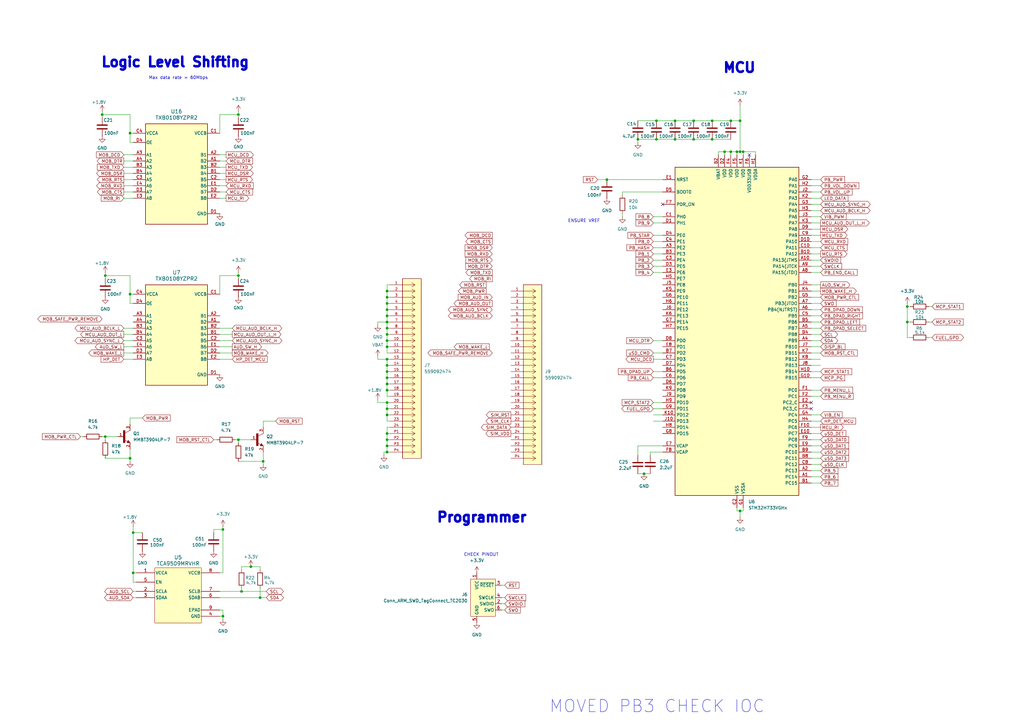
<source format=kicad_sch>
(kicad_sch (version 20250114) (generator "eeschema") (generator_version "9.0")
  (paper "A3")
  (title_block (title "UQ Phone") (rev "0.2.0") (company "The University of Queensland"))
  (text "Max data rate = 60Mbps" (at 73.152 32.004 0) (effects (font (size 1.27 1.27))))
  (text "MOVED PB3 CHECK IOC" (at 269.494 289.814 0) (effects (font (size 5 5))))
  (text "Programmer" (at 197.612 212.344 0) (effects (font (size 4 4) (thickness 1) (bold yes))))
  (text "MCU" (at 303.276 27.94 0) (effects (font (size 4 4) (thickness 1) (bold yes))))
  (text "CHECK PINOUT\n" (at 197.358 227.584 0) (effects (font (size 1.27 1.27))))
  (text "Logic Level Shifting\n" (at 71.882 25.654 0) (effects (font (size 4 4) (thickness 1) (bold yes))))
  (text "ENSURE VREF\n" (at 239.522 90.678 0) (effects (font (size 1.27 1.27))))
  (junction (at 261.62 57.15))
  (junction (at 158.75 137.16))
  (junction (at 91.44 217.17))
  (junction (at 54.61 234.95))
  (junction (at 97.79 113.03))
  (junction (at 158.75 119.38))
  (junction (at 284.48 57.15))
  (junction (at 158.75 142.24))
  (junction (at 158.75 132.08))
  (junction (at 264.16 194.31))
  (junction (at 292.1 57.15))
  (junction (at 158.75 170.18))
  (junction (at 284.48 49.53))
  (junction (at 158.75 154.94))
  (junction (at 158.75 121.92))
  (junction (at 158.75 185.42))
  (junction (at 53.34 120.65))
  (junction (at 297.18 62.23))
  (junction (at 158.75 139.7))
  (junction (at 158.75 160.02))
  (junction (at 248.92 73.66))
  (junction (at 158.75 177.8))
  (junction (at 276.86 49.53))
  (junction (at 54.61 218.44))
  (junction (at 372.11 125.73))
  (junction (at 53.34 54.61))
  (junction (at 158.75 127))
  (junction (at 158.75 180.34))
  (junction (at 107.95 189.23))
  (junction (at 158.75 167.64))
  (junction (at 304.8 62.23))
  (junction (at 276.86 57.15))
  (junction (at 91.44 252.73))
  (junction (at 158.75 152.4))
  (junction (at 43.18 179.07))
  (junction (at 158.75 165.1))
  (junction (at 97.79 180.34))
  (junction (at 158.75 134.62))
  (junction (at 41.91 46.99))
  (junction (at 303.53 209.55))
  (junction (at 269.24 49.53))
  (junction (at 269.24 57.15))
  (junction (at 292.1 49.53))
  (junction (at 158.75 129.54))
  (junction (at 299.72 49.53))
  (junction (at 53.34 187.96))
  (junction (at 158.75 182.88))
  (junction (at 97.79 46.99))
  (junction (at 158.75 157.48))
  (junction (at 302.26 62.23))
  (junction (at 299.72 62.23))
  (junction (at 303.53 62.23))
  (junction (at 158.75 147.32))
  (junction (at 372.11 132.08))
  (junction (at 158.75 124.46))
  (junction (at 43.18 113.03))
  (junction (at 102.87 232.41))
  (junction (at 303.53 49.53))
  (junction (at 158.75 149.86))
  (junction (at 99.06 242.57))
  (junction (at 106.68 245.11))
  (no_connect (at 271.78 83.82))
  (no_connect (at 307.34 63.5))
  (no_connect (at 332.74 165.1))
  (no_connect (at 332.74 167.64))
  (wire (pts (xy 43.18 187.96) (xy 53.34 187.96)))
  (wire (pts (xy 158.75 149.86) (xy 158.75 152.4)))
  (wire (pts (xy 106.68 233.68) (xy 106.68 232.41)))
  (wire (pts (xy 267.97 154.94) (xy 271.78 154.94)))
  (wire (pts (xy 160.02 121.92) (xy 158.75 121.92)))
  (wire (pts (xy 302.26 209.55) (xy 302.26 208.28)))
  (wire (pts (xy 54.61 124.46) (xy 53.34 124.46)))
  (wire (pts (xy 158.75 165.1) (xy 158.75 167.64)))
  (wire (pts (xy 304.8 62.23) (xy 303.53 62.23)))
  (wire (pts (xy 50.8 73.66) (xy 54.61 73.66)))
  (wire (pts (xy 90.17 142.24) (xy 95.25 142.24)))
  (wire (pts (xy 267.97 106.68) (xy 271.78 106.68)))
  (wire (pts (xy 90.17 250.19) (xy 91.44 250.19)))
  (wire (pts (xy 267.97 109.22) (xy 271.78 109.22)))
  (wire (pts (xy 336.55 177.8) (xy 332.74 177.8)))
  (wire (pts (xy 158.75 121.92) (xy 158.75 119.38)))
  (wire (pts (xy 90.17 68.58) (xy 92.71 68.58)))
  (wire (pts (xy 267.97 91.44) (xy 271.78 91.44)))
  (wire (pts (xy 336.55 134.62) (xy 332.74 134.62)))
  (wire (pts (xy 158.75 132.08) (xy 158.75 129.54)))
  (wire (pts (xy 99.06 242.57) (xy 90.17 242.57)))
  (wire (pts (xy 90.17 144.78) (xy 95.25 144.78)))
  (wire (pts (xy 158.75 134.62) (xy 158.75 137.16)))
  (wire (pts (xy 207.01 250.19) (xy 205.74 250.19)))
  (wire (pts (xy 336.55 187.96) (xy 332.74 187.96)))
  (wire (pts (xy 382.27 125.73) (xy 381 125.73)))
  (wire (pts (xy 332.74 101.6) (xy 336.55 101.6)))
  (wire (pts (xy 336.55 162.56) (xy 332.74 162.56)))
  (wire (pts (xy 332.74 109.22) (xy 336.55 109.22)))
  (wire (pts (xy 50.8 137.16) (xy 54.61 137.16)))
  (wire (pts (xy 336.55 170.18) (xy 332.74 170.18)))
  (wire (pts (xy 160.02 149.86) (xy 158.75 149.86)))
  (wire (pts (xy 158.75 185.42) (xy 157.48 185.42)))
  (wire (pts (xy 336.55 185.42) (xy 332.74 185.42)))
  (wire (pts (xy 267.97 104.14) (xy 271.78 104.14)))
  (wire (pts (xy 160.02 152.4) (xy 158.75 152.4)))
  (wire (pts (xy 336.55 88.9) (xy 332.74 88.9)))
  (wire (pts (xy 160.02 167.64) (xy 158.75 167.64)))
  (wire (pts (xy 160.02 129.54) (xy 158.75 129.54)))
  (wire (pts (xy 50.8 78.74) (xy 54.61 78.74)))
  (wire (pts (xy 90.17 78.74) (xy 92.71 78.74)))
  (wire (pts (xy 90.17 71.12) (xy 92.71 71.12)))
  (wire (pts (xy 58.42 171.45) (xy 53.34 171.45)))
  (wire (pts (xy 90.17 46.99) (xy 97.79 46.99)))
  (wire (pts (xy 332.74 99.06) (xy 336.55 99.06)))
  (wire (pts (xy 107.95 190.5) (xy 107.95 189.23)))
  (wire (pts (xy 160.02 180.34) (xy 158.75 180.34)))
  (wire (pts (xy 157.48 185.42) (xy 157.48 186.69)))
  (wire (pts (xy 158.75 129.54) (xy 158.75 127)))
  (wire (pts (xy 336.55 93.98) (xy 332.74 93.98)))
  (wire (pts (xy 336.55 81.28) (xy 332.74 81.28)))
  (wire (pts (xy 267.97 101.6) (xy 271.78 101.6)))
  (wire (pts (xy 332.74 139.7) (xy 336.55 139.7)))
  (wire (pts (xy 158.75 124.46) (xy 158.75 121.92)))
  (wire (pts (xy 292.1 49.53) (xy 299.72 49.53)))
  (wire (pts (xy 284.48 57.15) (xy 292.1 57.15)))
  (wire (pts (xy 284.48 49.53) (xy 292.1 49.53)))
  (wire (pts (xy 336.55 193.04) (xy 332.74 193.04)))
  (wire (pts (xy 267.97 111.76) (xy 271.78 111.76)))
  (wire (pts (xy 309.88 63.5) (xy 309.88 62.23)))
  (wire (pts (xy 267.97 144.78) (xy 271.78 144.78)))
  (wire (pts (xy 154.94 132.08) (xy 158.75 132.08)))
  (wire (pts (xy 267.97 167.64) (xy 271.78 167.64)))
  (wire (pts (xy 91.44 217.17) (xy 87.63 217.17)))
  (wire (pts (xy 90.17 66.04) (xy 92.71 66.04)))
  (wire (pts (xy 41.91 45.72) (xy 41.91 46.99)))
  (wire (pts (xy 99.06 241.3) (xy 99.06 242.57)))
  (wire (pts (xy 50.8 147.32) (xy 54.61 147.32)))
  (wire (pts (xy 90.17 46.99) (xy 90.17 54.61)))
  (wire (pts (xy 54.61 238.76) (xy 54.61 234.95)))
  (wire (pts (xy 50.8 139.7) (xy 54.61 139.7)))
  (wire (pts (xy 303.53 209.55) (xy 304.8 209.55)))
  (wire (pts (xy 267.97 139.7) (xy 271.78 139.7)))
  (wire (pts (xy 109.22 245.11) (xy 106.68 245.11)))
  (wire (pts (xy 248.92 73.66) (xy 271.78 73.66)))
  (wire (pts (xy 332.74 104.14) (xy 336.55 104.14)))
  (wire (pts (xy 255.27 78.74) (xy 271.78 78.74)))
  (wire (pts (xy 99.06 233.68) (xy 99.06 232.41)))
  (wire (pts (xy 160.02 137.16) (xy 158.75 137.16)))
  (wire (pts (xy 336.55 78.74) (xy 332.74 78.74)))
  (wire (pts (xy 267.97 170.18) (xy 271.78 170.18)))
  (wire (pts (xy 97.79 181.61) (xy 97.79 180.34)))
  (wire (pts (xy 336.55 76.2) (xy 332.74 76.2)))
  (wire (pts (xy 106.68 241.3) (xy 106.68 245.11)))
  (wire (pts (xy 160.02 116.84) (xy 158.75 116.84)))
  (wire (pts (xy 158.75 142.24) (xy 158.75 144.78)))
  (wire (pts (xy 50.8 63.5) (xy 54.61 63.5)))
  (wire (pts (xy 106.68 245.11) (xy 90.17 245.11)))
  (wire (pts (xy 43.18 179.07) (xy 41.91 179.07)))
  (wire (pts (xy 336.55 86.36) (xy 332.74 86.36)))
  (wire (pts (xy 43.18 180.34) (xy 43.18 179.07)))
  (wire (pts (xy 158.75 157.48) (xy 158.75 160.02)))
  (wire (pts (xy 160.02 157.48) (xy 158.75 157.48)))
  (wire (pts (xy 294.64 63.5) (xy 294.64 62.23)))
  (wire (pts (xy 261.62 49.53) (xy 269.24 49.53)))
  (wire (pts (xy 54.61 215.9) (xy 54.61 218.44)))
  (wire (pts (xy 381 138.43) (xy 382.27 138.43)))
  (wire (pts (xy 160.02 127) (xy 158.75 127)))
  (wire (pts (xy 54.61 245.11) (xy 55.88 245.11)))
  (wire (pts (xy 53.34 171.45) (xy 53.34 173.99)))
  (wire (pts (xy 297.18 63.5) (xy 297.18 62.23)))
  (wire (pts (xy 303.53 209.55) (xy 303.53 212.09)))
  (wire (pts (xy 336.55 147.32) (xy 332.74 147.32)))
  (wire (pts (xy 160.02 154.94) (xy 158.75 154.94)))
  (wire (pts (xy 160.02 142.24) (xy 158.75 142.24)))
  (wire (pts (xy 50.8 81.28) (xy 54.61 81.28)))
  (wire (pts (xy 160.02 139.7) (xy 158.75 139.7)))
  (wire (pts (xy 336.55 142.24) (xy 332.74 142.24)))
  (wire (pts (xy 90.17 134.62) (xy 95.25 134.62)))
  (wire (pts (xy 50.8 142.24) (xy 54.61 142.24)))
  (wire (pts (xy 160.02 170.18) (xy 158.75 170.18)))
  (wire (pts (xy 302.26 63.5) (xy 302.26 62.23)))
  (wire (pts (xy 372.11 138.43) (xy 373.38 138.43)))
  (wire (pts (xy 91.44 234.95) (xy 90.17 234.95)))
  (wire (pts (xy 267.97 99.06) (xy 271.78 99.06)))
  (wire (pts (xy 336.55 116.84) (xy 332.74 116.84)))
  (wire (pts (xy 332.74 96.52) (xy 336.55 96.52)))
  (wire (pts (xy 261.62 57.15) (xy 269.24 57.15)))
  (wire (pts (xy 381 132.08) (xy 382.27 132.08)))
  (wire (pts (xy 43.18 111.76) (xy 43.18 113.03)))
  (wire (pts (xy 160.02 124.46) (xy 158.75 124.46)))
  (wire (pts (xy 109.22 242.57) (xy 99.06 242.57)))
  (wire (pts (xy 303.53 43.18) (xy 303.53 49.53)))
  (wire (pts (xy 43.18 113.03) (xy 53.34 113.03)))
  (wire (pts (xy 160.02 134.62) (xy 158.75 134.62)))
  (wire (pts (xy 43.18 179.07) (xy 48.26 179.07)))
  (wire (pts (xy 336.55 195.58) (xy 332.74 195.58)))
  (wire (pts (xy 154.94 147.32) (xy 158.75 147.32)))
  (wire (pts (xy 267.97 96.52) (xy 271.78 96.52)))
  (wire (pts (xy 276.86 57.15) (xy 284.48 57.15)))
  (wire (pts (xy 336.55 83.82) (xy 332.74 83.82)))
  (wire (pts (xy 107.95 172.72) (xy 107.95 175.26)))
  (wire (pts (xy 33.02 179.07) (xy 34.29 179.07)))
  (wire (pts (xy 54.61 242.57) (xy 55.88 242.57)))
  (wire (pts (xy 292.1 57.15) (xy 299.72 57.15)))
  (wire (pts (xy 336.55 180.34) (xy 332.74 180.34)))
  (wire (pts (xy 299.72 62.23) (xy 299.72 63.5)))
  (wire (pts (xy 336.55 119.38) (xy 332.74 119.38)))
  (wire (pts (xy 207.01 240.03) (xy 205.74 240.03)))
  (wire (pts (xy 266.7 186.69) (xy 266.7 185.42)))
  (wire (pts (xy 303.53 49.53) (xy 303.53 62.23)))
  (wire (pts (xy 160.02 172.72) (xy 158.75 172.72)))
  (wire (pts (xy 90.17 63.5) (xy 92.71 63.5)))
  (wire (pts (xy 158.75 132.08) (xy 158.75 134.62)))
  (wire (pts (xy 158.75 177.8) (xy 158.75 180.34)))
  (wire (pts (xy 276.86 49.53) (xy 284.48 49.53)))
  (wire (pts (xy 99.06 232.41) (xy 102.87 232.41)))
  (wire (pts (xy 267.97 152.4) (xy 271.78 152.4)))
  (wire (pts (xy 336.55 182.88) (xy 332.74 182.88)))
  (wire (pts (xy 91.44 250.19) (xy 91.44 252.73)))
  (wire (pts (xy 90.17 252.73) (xy 91.44 252.73)))
  (wire (pts (xy 50.8 66.04) (xy 54.61 66.04)))
  (wire (pts (xy 266.7 185.42) (xy 271.78 185.42)))
  (wire (pts (xy 372.11 124.46) (xy 372.11 125.73)))
  (wire (pts (xy 336.55 111.76) (xy 332.74 111.76)))
  (wire (pts (xy 336.55 124.46) (xy 332.74 124.46)))
  (wire (pts (xy 53.34 120.65) (xy 53.34 124.46)))
  (wire (pts (xy 302.26 62.23) (xy 299.72 62.23)))
  (wire (pts (xy 90.17 73.66) (xy 92.71 73.66)))
  (wire (pts (xy 160.02 132.08) (xy 158.75 132.08)))
  (wire (pts (xy 160.02 177.8) (xy 158.75 177.8)))
  (wire (pts (xy 332.74 152.4) (xy 336.55 152.4)))
  (wire (pts (xy 158.75 170.18) (xy 158.75 172.72)))
  (wire (pts (xy 54.61 234.95) (xy 55.88 234.95)))
  (wire (pts (xy 158.75 139.7) (xy 158.75 142.24)))
  (wire (pts (xy 158.75 147.32) (xy 158.75 149.86)))
  (wire (pts (xy 41.91 46.99) (xy 41.91 48.26)))
  (wire (pts (xy 50.8 68.58) (xy 54.61 68.58)))
  (wire (pts (xy 90.17 147.32) (xy 95.25 147.32)))
  (wire (pts (xy 336.55 175.26) (xy 332.74 175.26)))
  (wire (pts (xy 297.18 62.23) (xy 299.72 62.23)))
  (wire (pts (xy 97.79 180.34) (xy 96.52 180.34)))
  (wire (pts (xy 90.17 137.16) (xy 95.25 137.16)))
  (wire (pts (xy 90.17 139.7) (xy 95.25 139.7)))
  (wire (pts (xy 43.18 113.03) (xy 43.18 114.3)))
  (wire (pts (xy 53.34 54.61) (xy 53.34 58.42)))
  (wire (pts (xy 107.95 185.42) (xy 107.95 189.23)))
  (wire (pts (xy 160.02 119.38) (xy 158.75 119.38)))
  (wire (pts (xy 245.11 73.66) (xy 248.92 73.66)))
  (wire (pts (xy 87.63 180.34) (xy 88.9 180.34)))
  (wire (pts (xy 97.79 111.76) (xy 97.79 113.03)))
  (wire (pts (xy 261.62 58.42) (xy 261.62 57.15)))
  (wire (pts (xy 271.78 182.88) (xy 261.62 182.88)))
  (wire (pts (xy 304.8 209.55) (xy 304.8 208.28)))
  (wire (pts (xy 336.55 144.78) (xy 332.74 144.78)))
  (wire (pts (xy 50.8 134.62) (xy 54.61 134.62)))
  (wire (pts (xy 97.79 46.99) (xy 97.79 48.26)))
  (wire (pts (xy 158.75 165.1) (xy 160.02 165.1)))
  (wire (pts (xy 158.75 137.16) (xy 158.75 139.7)))
  (wire (pts (xy 267.97 165.1) (xy 271.78 165.1)))
  (wire (pts (xy 50.8 71.12) (xy 54.61 71.12)))
  (wire (pts (xy 302.26 209.55) (xy 303.53 209.55)))
  (wire (pts (xy 205.74 247.65) (xy 207.01 247.65)))
  (wire (pts (xy 255.27 88.9) (xy 255.27 87.63)))
  (wire (pts (xy 90.17 113.03) (xy 90.17 120.65)))
  (wire (pts (xy 304.8 62.23) (xy 309.88 62.23)))
  (wire (pts (xy 158.75 119.38) (xy 158.75 116.84)))
  (wire (pts (xy 267.97 147.32) (xy 271.78 147.32)))
  (wire (pts (xy 54.61 58.42) (xy 53.34 58.42)))
  (wire (pts (xy 53.34 189.23) (xy 53.34 187.96)))
  (wire (pts (xy 304.8 63.5) (xy 304.8 62.23)))
  (wire (pts (xy 336.55 190.5) (xy 332.74 190.5)))
  (wire (pts (xy 158.75 147.32) (xy 160.02 147.32)))
  (wire (pts (xy 154.94 133.35) (xy 154.94 132.08)))
  (wire (pts (xy 332.74 137.16) (xy 336.55 137.16)))
  (wire (pts (xy 113.03 172.72) (xy 107.95 172.72)))
  (wire (pts (xy 336.55 172.72) (xy 332.74 172.72)))
  (wire (pts (xy 158.75 175.26) (xy 158.75 177.8)))
  (wire (pts (xy 53.34 184.15) (xy 53.34 187.96)))
  (wire (pts (xy 264.16 194.31) (xy 261.62 194.31)))
  (wire (pts (xy 53.34 113.03) (xy 53.34 120.65)))
  (wire (pts (xy 372.11 125.73) (xy 372.11 132.08)))
  (wire (pts (xy 336.55 132.08) (xy 332.74 132.08)))
  (wire (pts (xy 336.55 73.66) (xy 332.74 73.66)))
  (wire (pts (xy 158.75 182.88) (xy 158.75 185.42)))
  (wire (pts (xy 299.72 49.53) (xy 303.53 49.53)))
  (wire (pts (xy 97.79 113.03) (xy 97.79 114.3)))
  (wire (pts (xy 373.38 125.73) (xy 372.11 125.73)))
  (wire (pts (xy 106.68 232.41) (xy 102.87 232.41)))
  (wire (pts (xy 336.55 127) (xy 332.74 127)))
  (wire (pts (xy 90.17 81.28) (xy 92.71 81.28)))
  (wire (pts (xy 205.74 245.11) (xy 207.01 245.11)))
  (wire (pts (xy 87.63 217.17) (xy 87.63 218.44)))
  (wire (pts (xy 332.74 106.68) (xy 336.55 106.68)))
  (wire (pts (xy 158.75 152.4) (xy 158.75 154.94)))
  (wire (pts (xy 332.74 154.94) (xy 336.55 154.94)))
  (wire (pts (xy 90.17 76.2) (xy 92.71 76.2)))
  (wire (pts (xy 53.34 120.65) (xy 54.61 120.65)))
  (wire (pts (xy 160.02 185.42) (xy 158.75 185.42)))
  (wire (pts (xy 154.94 163.83) (xy 154.94 165.1)))
  (wire (pts (xy 373.38 132.08) (xy 372.11 132.08)))
  (wire (pts (xy 90.17 113.03) (xy 97.79 113.03)))
  (wire (pts (xy 158.75 180.34) (xy 158.75 182.88)))
  (wire (pts (xy 336.55 121.92) (xy 332.74 121.92)))
  (wire (pts (xy 158.75 160.02) (xy 158.75 162.56)))
  (wire (pts (xy 154.94 165.1) (xy 158.75 165.1)))
  (wire (pts (xy 160.02 175.26) (xy 158.75 175.26)))
  (wire (pts (xy 50.8 144.78) (xy 54.61 144.78)))
  (wire (pts (xy 50.8 76.2) (xy 54.61 76.2)))
  (wire (pts (xy 269.24 57.15) (xy 276.86 57.15)))
  (wire (pts (xy 160.02 182.88) (xy 158.75 182.88)))
  (wire (pts (xy 91.44 217.17) (xy 91.44 234.95)))
  (wire (pts (xy 158.75 127) (xy 158.75 124.46)))
  (wire (pts (xy 58.42 218.44) (xy 54.61 218.44)))
  (wire (pts (xy 91.44 254) (xy 91.44 252.73)))
  (wire (pts (xy 158.75 154.94) (xy 158.75 157.48)))
  (wire (pts (xy 158.75 167.64) (xy 158.75 170.18)))
  (wire (pts (xy 294.64 62.23) (xy 297.18 62.23)))
  (wire (pts (xy 97.79 189.23) (xy 107.95 189.23)))
  (wire (pts (xy 41.91 46.99) (xy 53.34 46.99)))
  (wire (pts (xy 372.11 132.08) (xy 372.11 138.43)))
  (wire (pts (xy 91.44 215.9) (xy 91.44 217.17)))
  (wire (pts (xy 303.53 62.23) (xy 302.26 62.23)))
  (wire (pts (xy 336.55 129.54) (xy 332.74 129.54)))
  (wire (pts (xy 261.62 182.88) (xy 261.62 186.69)))
  (wire (pts (xy 264.16 194.31) (xy 266.7 194.31)))
  (wire (pts (xy 53.34 54.61) (xy 54.61 54.61)))
  (wire (pts (xy 336.55 198.12) (xy 332.74 198.12)))
  (wire (pts (xy 160.02 160.02) (xy 158.75 160.02)))
  (wire (pts (xy 336.55 91.44) (xy 332.74 91.44)))
  (wire (pts (xy 54.61 218.44) (xy 54.61 234.95)))
  (wire (pts (xy 160.02 144.78) (xy 158.75 144.78)))
  (wire (pts (xy 97.79 45.72) (xy 97.79 46.99)))
  (wire (pts (xy 269.24 49.53) (xy 276.86 49.53)))
  (wire (pts (xy 97.79 180.34) (xy 102.87 180.34)))
  (wire (pts (xy 255.27 80.01) (xy 255.27 78.74)))
  (wire (pts (xy 53.34 46.99) (xy 53.34 54.61)))
  (wire (pts (xy 160.02 162.56) (xy 158.75 162.56)))
  (wire (pts (xy 336.55 160.02) (xy 332.74 160.02)))
  (wire (pts (xy 336.55 149.86) (xy 332.74 149.86)))
  (wire (pts (xy 267.97 172.72) (xy 271.78 172.72)))
  (wire (pts (xy 267.97 88.9) (xy 271.78 88.9)))
  (wire (pts (xy 55.88 238.76) (xy 54.61 238.76)))
  (wire (pts (xy 154.94 146.05) (xy 154.94 147.32)))
  (global_label "SCL" (shape bidirectional) (at 336.55 137.16 0) (property "Intersheetrefs" "${INTERSHEET_REFS}" (effects (hide yes))))
  (global_label "RST" (shape input) (at 207.01 240.03 0) (property "Intersheetrefs" "${INTERSHEET_REFS}" (effects (hide yes))))
  (global_label "PB_8" (shape input) (at 267.97 88.9 180) (property "Intersheetrefs" "${INTERSHEET_REFS}" (effects (hide yes))))
  (global_label "PB_DPAD_SELECT" (shape input) (at 336.55 134.62 0) (property "Intersheetrefs" "${INTERSHEET_REFS}" (effects (hide yes))))
  (global_label "PB_VOL_DOWN" (shape input) (at 336.55 76.2 0) (property "Intersheetrefs" "${INTERSHEET_REFS}" (effects (hide yes))))
  (global_label "MOB_CTS" (shape output) (at 50.8 78.74 180) (property "Intersheetrefs" "${INTERSHEET_REFS}" (effects (hide yes))))
  (global_label "uSD_CMD" (shape input) (at 267.97 144.78 180) (property "Intersheetrefs" "${INTERSHEET_REFS}" (effects (hide yes))))
  (global_label "MOB_TXD" (shape output) (at 201.93 111.76 180) (property "Intersheetrefs" "${INTERSHEET_REFS}" (effects (hide yes))))
  (global_label "MOB_AUD_OUT" (shape output) (at 201.93 124.46 180) (property "Intersheetrefs" "${INTERSHEET_REFS}" (effects (hide yes))))
  (global_label "MOB_CTS" (shape output) (at 201.93 99.06 180) (property "Intersheetrefs" "${INTERSHEET_REFS}" (effects (hide yes))))
  (global_label "SWDIO" (shape input) (at 207.01 247.65 0) (property "Intersheetrefs" "${INTERSHEET_REFS}" (effects (hide yes))))
  (global_label "MCU_AUD_BCLK_L" (shape bidirectional) (at 50.8 134.62 180) (property "Intersheetrefs" "${INTERSHEET_REFS}" (effects (hide yes))))
  (global_label "MCU_DTR" (shape input) (at 92.71 66.04 0) (property "Intersheetrefs" "${INTERSHEET_REFS}" (effects (hide yes))))
  (global_label "PB_VOL_UP" (shape input) (at 336.55 78.74 0) (property "Intersheetrefs" "${INTERSHEET_REFS}" (effects (hide yes))))
  (global_label "AUD_SDA" (shape bidirectional) (at 54.61 245.11 180) (property "Intersheetrefs" "${INTERSHEET_REFS}" (effects (hide yes))))
  (global_label "MCP_PG" (shape input) (at 336.55 154.94 0) (property "Intersheetrefs" "${INTERSHEET_REFS}" (effects (hide yes))))
  (global_label "MCP_STAT2" (shape input) (at 382.27 132.08 0) (property "Intersheetrefs" "${INTERSHEET_REFS}" (effects (hide yes))))
  (global_label "PB_PWR" (shape input) (at 336.55 73.66 0) (property "Intersheetrefs" "${INTERSHEET_REFS}" (effects (hide yes))))
  (global_label "MCU_RI" (shape output) (at 336.55 175.26 0) (property "Intersheetrefs" "${INTERSHEET_REFS}" (effects (hide yes))))
  (global_label "SWDIO" (shape input) (at 336.55 106.68 0) (property "Intersheetrefs" "${INTERSHEET_REFS}" (effects (hide yes))))
  (global_label "PB_5" (shape input) (at 336.55 193.04 0) (property "Intersheetrefs" "${INTERSHEET_REFS}" (effects (hide yes))))
  (global_label "MOB_DCD" (shape input) (at 50.8 63.5 180) (property "Intersheetrefs" "${INTERSHEET_REFS}" (effects (hide yes))))
  (global_label "MCU_AUD_SYNC_L" (shape bidirectional) (at 50.8 139.7 180) (property "Intersheetrefs" "${INTERSHEET_REFS}" (effects (hide yes))))
  (global_label "MOB_PWR" (shape output) (at 199.39 119.38 180) (property "Intersheetrefs" "${INTERSHEET_REFS}" (effects (hide yes))))
  (global_label "MOB_DSR" (shape input) (at 201.93 101.6 180) (property "Intersheetrefs" "${INTERSHEET_REFS}" (effects (hide yes))))
  (global_label "MCU_TXD" (shape output) (at 92.71 68.58 0) (property "Intersheetrefs" "${INTERSHEET_REFS}" (effects (hide yes))))
  (global_label "MOB_RTS" (shape output) (at 50.8 73.66 180) (property "Intersheetrefs" "${INTERSHEET_REFS}" (effects (hide yes))))
  (global_label "MOB_RST" (shape output) (at 199.39 116.84 180) (property "Intersheetrefs" "${INTERSHEET_REFS}" (effects (hide yes))))
  (global_label "LED_DATA" (shape input) (at 336.55 81.28 0) (property "Intersheetrefs" "${INTERSHEET_REFS}" (effects (hide yes))))
  (global_label "MOB_RST_CTL" (shape input) (at 336.55 144.78 0) (property "Intersheetrefs" "${INTERSHEET_REFS}" (effects (hide yes))))
  (global_label "MOB_WAKE_H" (shape output) (at 95.25 144.78 0) (property "Intersheetrefs" "${INTERSHEET_REFS}" (effects (hide yes))))
  (global_label "DISP_BL" (shape input) (at 336.55 142.24 0) (property "Intersheetrefs" "${INTERSHEET_REFS}" (effects (hide yes))))
  (global_label "PB_DPAD_RIGHT" (shape input) (at 336.55 129.54 0) (property "Intersheetrefs" "${INTERSHEET_REFS}" (effects (hide yes))))
  (global_label "MCU_DCD" (shape output) (at 267.97 147.32 180) (property "Intersheetrefs" "${INTERSHEET_REFS}" (effects (hide yes))))
  (global_label "MOB_PWR_CTL" (shape input) (at 33.02 179.07 180) (property "Intersheetrefs" "${INTERSHEET_REFS}" (effects (hide yes))))
  (global_label "PB_DPAD_DOWN" (shape input) (at 336.55 127 0) (property "Intersheetrefs" "${INTERSHEET_REFS}" (effects (hide yes))))
  (global_label "RST" (shape input) (at 245.11 73.66 180) (property "Intersheetrefs" "${INTERSHEET_REFS}" (effects (hide yes))))
  (global_label "HP_DET" (shape input) (at 50.8 147.32 180) (property "Intersheetrefs" "${INTERSHEET_REFS}" (effects (hide yes))))
  (global_label "PB_1" (shape input) (at 267.97 104.14 180) (property "Intersheetrefs" "${INTERSHEET_REFS}" (effects (hide yes))))
  (global_label "PB_3" (shape input) (at 267.97 109.22 180) (property "Intersheetrefs" "${INTERSHEET_REFS}" (effects (hide yes))))
  (global_label "SDA" (shape bidirectional) (at 109.22 245.11 0) (property "Intersheetrefs" "${INTERSHEET_REFS}" (effects (hide yes))))
  (global_label "uSD_DAT3" (shape input) (at 336.55 187.96 0) (property "Intersheetrefs" "${INTERSHEET_REFS}" (effects (hide yes))))
  (global_label "SCL" (shape bidirectional) (at 109.22 242.57 0) (property "Intersheetrefs" "${INTERSHEET_REFS}" (effects (hide yes))))
  (global_label "MOB_PWR" (shape input) (at 58.42 171.45 0) (property "Intersheetrefs" "${INTERSHEET_REFS}" (effects (hide yes))))
  (global_label "PB_DPAD_UP" (shape input) (at 267.97 152.4 180) (property "Intersheetrefs" "${INTERSHEET_REFS}" (effects (hide yes))))
  (global_label "MOB_RXD" (shape output) (at 50.8 76.2 180) (property "Intersheetrefs" "${INTERSHEET_REFS}" (effects (hide yes))))
  (global_label "MCU_DSR" (shape output) (at 336.55 93.98 0) (property "Intersheetrefs" "${INTERSHEET_REFS}" (effects (hide yes))))
  (global_label "MOB_SAFE_PWR_REMOVE" (shape bidirectional) (at 41.91 130.81 180) (property "Intersheetrefs" "${INTERSHEET_REFS}" (effects (hide yes))))
  (global_label "PB_END_CALL" (shape input) (at 336.55 111.76 0) (property "Intersheetrefs" "${INTERSHEET_REFS}" (effects (hide yes))))
  (global_label "MCU_CTS" (shape input) (at 336.55 101.6 0) (property "Intersheetrefs" "${INTERSHEET_REFS}" (effects (hide yes))))
  (global_label "SWO" (shape input) (at 207.01 250.19 0) (property "Intersheetrefs" "${INTERSHEET_REFS}" (effects (hide yes))))
  (global_label "SWO" (shape input) (at 336.55 124.46 0) (property "Intersheetrefs" "${INTERSHEET_REFS}" (effects (hide yes))))
  (global_label "MOB_RTS" (shape input) (at 201.93 106.68 180) (property "Intersheetrefs" "${INTERSHEET_REFS}" (effects (hide yes))))
  (global_label "MCU_RI" (shape output) (at 92.71 81.28 0) (property "Intersheetrefs" "${INTERSHEET_REFS}" (effects (hide yes))))
  (global_label "MCU_DSR" (shape output) (at 92.71 71.12 0) (property "Intersheetrefs" "${INTERSHEET_REFS}" (effects (hide yes))))
  (global_label "MOB_DCD" (shape output) (at 201.93 96.52 180) (property "Intersheetrefs" "${INTERSHEET_REFS}" (effects (hide yes))))
  (global_label "SWCLK" (shape input) (at 207.01 245.11 0) (property "Intersheetrefs" "${INTERSHEET_REFS}" (effects (hide yes))))
  (global_label "AUD_SW_L" (shape output) (at 50.8 142.24 180) (property "Intersheetrefs" "${INTERSHEET_REFS}" (effects (hide yes))))
  (global_label "PB_2" (shape input) (at 267.97 106.68 180) (property "Intersheetrefs" "${INTERSHEET_REFS}" (effects (hide yes))))
  (global_label "MCU_RXD" (shape input) (at 336.55 99.06 0) (property "Intersheetrefs" "${INTERSHEET_REFS}" (effects (hide yes))))
  (global_label "PB_4" (shape input) (at 267.97 111.76 180) (property "Intersheetrefs" "${INTERSHEET_REFS}" (effects (hide yes))))
  (global_label "uSD_CLK" (shape input) (at 336.55 190.5 0) (property "Intersheetrefs" "${INTERSHEET_REFS}" (effects (hide yes))))
  (global_label "SDA" (shape bidirectional) (at 336.55 139.7 0) (property "Intersheetrefs" "${INTERSHEET_REFS}" (effects (hide yes))))
  (global_label "MCU_RTS" (shape output) (at 92.71 73.66 0) (property "Intersheetrefs" "${INTERSHEET_REFS}" (effects (hide yes))))
  (global_label "SIM_VDD" (shape output) (at 209.55 177.8 180) (property "Intersheetrefs" "${INTERSHEET_REFS}" (effects (hide yes))))
  (global_label "uSD_DET" (shape input) (at 336.55 177.8 0) (property "Intersheetrefs" "${INTERSHEET_REFS}" (effects (hide yes))))
  (global_label "MOB_RI" (shape output) (at 201.93 114.3 180) (property "Intersheetrefs" "${INTERSHEET_REFS}" (effects (hide yes))))
  (global_label "MOB_SAFE_PWR_REMOVE" (shape bidirectional) (at 201.93 144.78 180) (property "Intersheetrefs" "${INTERSHEET_REFS}" (effects (hide yes))))
  (global_label "MCU_AUD_OUT_L_H" (shape output) (at 95.25 137.16 0) (property "Intersheetrefs" "${INTERSHEET_REFS}" (effects (hide yes))))
  (global_label "PB_MENU_R" (shape input) (at 336.55 162.56 0) (property "Intersheetrefs" "${INTERSHEET_REFS}" (effects (hide yes))))
  (global_label "FUEL_GPO" (shape bidirectional) (at 382.27 138.43 0) (property "Intersheetrefs" "${INTERSHEET_REFS}" (effects (hide yes))))
  (global_label "HP_DET_MCU" (shape input) (at 336.55 172.72 0) (property "Intersheetrefs" "${INTERSHEET_REFS}" (effects (hide yes))))
  (global_label "SWCLK" (shape input) (at 336.55 109.22 0) (property "Intersheetrefs" "${INTERSHEET_REFS}" (effects (hide yes))))
  (global_label "MOB_WAKE_L" (shape output) (at 200.66 142.24 180) (property "Intersheetrefs" "${INTERSHEET_REFS}" (effects (hide yes))))
  (global_label "MCU_CTS" (shape input) (at 92.71 78.74 0) (property "Intersheetrefs" "${INTERSHEET_REFS}" (effects (hide yes))))
  (global_label "AUD_SW_H" (shape output) (at 95.25 142.24 0) (property "Intersheetrefs" "${INTERSHEET_REFS}" (effects (hide yes))))
  (global_label "SIM_CLK" (shape output) (at 209.55 172.72 180) (property "Intersheetrefs" "${INTERSHEET_REFS}" (effects (hide yes))))
  (global_label "uSD_DAT1" (shape input) (at 336.55 182.88 0) (property "Intersheetrefs" "${INTERSHEET_REFS}" (effects (hide yes))))
  (global_label "PB_9" (shape input) (at 267.97 91.44 180) (property "Intersheetrefs" "${INTERSHEET_REFS}" (effects (hide yes))))
  (global_label "MCU_DCD" (shape output) (at 92.71 63.5 0) (property "Intersheetrefs" "${INTERSHEET_REFS}" (effects (hide yes))))
  (global_label "MOB_RST" (shape input) (at 113.03 172.72 0) (property "Intersheetrefs" "${INTERSHEET_REFS}" (effects (hide yes))))
  (global_label "MOB_DSR" (shape output) (at 50.8 71.12 180) (property "Intersheetrefs" "${INTERSHEET_REFS}" (effects (hide yes))))
  (global_label "FUEL_GPO" (shape bidirectional) (at 267.97 167.64 180) (property "Intersheetrefs" "${INTERSHEET_REFS}" (effects (hide yes))))
  (global_label "PB_CALL" (shape input) (at 267.97 154.94 180) (property "Intersheetrefs" "${INTERSHEET_REFS}" (effects (hide yes))))
  (global_label "MOB_RI" (shape input) (at 50.8 81.28 180) (property "Intersheetrefs" "${INTERSHEET_REFS}" (effects (hide yes))))
  (global_label "PB_0" (shape input) (at 267.97 99.06 180) (property "Intersheetrefs" "${INTERSHEET_REFS}" (effects (hide yes))))
  (global_label "MCU_AUD_SYNC_H" (shape bidirectional) (at 95.25 139.7 0) (property "Intersheetrefs" "${INTERSHEET_REFS}" (effects (hide yes))))
  (global_label "AUD_SCL" (shape bidirectional) (at 54.61 242.57 180) (property "Intersheetrefs" "${INTERSHEET_REFS}" (effects (hide yes))))
  (global_label "MCU_RTS" (shape output) (at 336.55 104.14 0) (property "Intersheetrefs" "${INTERSHEET_REFS}" (effects (hide yes))))
  (global_label "MCP_STAT2" (shape input) (at 267.97 165.1 180) (property "Intersheetrefs" "${INTERSHEET_REFS}" (effects (hide yes))))
  (global_label "VIB_EN" (shape input) (at 336.55 170.18 0) (property "Intersheetrefs" "${INTERSHEET_REFS}" (effects (hide yes))))
  (global_label "AUD_SW_H" (shape output) (at 336.55 116.84 0) (property "Intersheetrefs" "${INTERSHEET_REFS}" (effects (hide yes))))
  (global_label "MCU_AUD_BCLK_H" (shape bidirectional) (at 336.55 86.36 0) (property "Intersheetrefs" "${INTERSHEET_REFS}" (effects (hide yes))))
  (global_label "PB_STAR" (shape input) (at 267.97 96.52 180) (property "Intersheetrefs" "${INTERSHEET_REFS}" (effects (hide yes))))
  (global_label "MOB_DTR" (shape output) (at 50.8 66.04 180) (property "Intersheetrefs" "${INTERSHEET_REFS}" (effects (hide yes))))
  (global_label "MOB_AUD_IN" (shape input) (at 201.93 121.92 180) (property "Intersheetrefs" "${INTERSHEET_REFS}" (effects (hide yes))))
  (global_label "MOB_TXD" (shape input) (at 50.8 68.58 180) (property "Intersheetrefs" "${INTERSHEET_REFS}" (effects (hide yes))))
  (global_label "uSD_DAT0" (shape input) (at 336.55 180.34 0) (property "Intersheetrefs" "${INTERSHEET_REFS}" (effects (hide yes))))
  (global_label "uSD_DAT2" (shape input) (at 336.55 185.42 0) (property "Intersheetrefs" "${INTERSHEET_REFS}" (effects (hide yes))))
  (global_label "MCP_STAT1" (shape input) (at 382.27 125.73 0) (property "Intersheetrefs" "${INTERSHEET_REFS}" (effects (hide yes))))
  (global_label "MOB_AUD_SYNC" (shape bidirectional) (at 201.93 127 180) (property "Intersheetrefs" "${INTERSHEET_REFS}" (effects (hide yes))))
  (global_label "MCU_RXD" (shape input) (at 92.71 76.2 0) (property "Intersheetrefs" "${INTERSHEET_REFS}" (effects (hide yes))))
  (global_label "MCU_AUD_BCLK_H" (shape bidirectional) (at 95.25 134.62 0) (property "Intersheetrefs" "${INTERSHEET_REFS}" (effects (hide yes))))
  (global_label "MOB_RXD" (shape input) (at 201.93 104.14 180) (property "Intersheetrefs" "${INTERSHEET_REFS}" (effects (hide yes))))
  (global_label "SIM_DATA" (shape bidirectional) (at 209.55 175.26 180) (property "Intersheetrefs" "${INTERSHEET_REFS}" (effects (hide yes))))
  (global_label "PB_MENU_L" (shape input) (at 336.55 160.02 0) (property "Intersheetrefs" "${INTERSHEET_REFS}" (effects (hide yes))))
  (global_label "VIB_PWM" (shape input) (at 336.55 88.9 0) (property "Intersheetrefs" "${INTERSHEET_REFS}" (effects (hide yes))))
  (global_label "MCU_AUD_OUT_L_H" (shape output) (at 336.55 91.44 0) (property "Intersheetrefs" "${INTERSHEET_REFS}" (effects (hide yes))))
  (global_label "MOB_PWR_CTL" (shape input) (at 336.55 121.92 0) (property "Intersheetrefs" "${INTERSHEET_REFS}" (effects (hide yes))))
  (global_label "MCP_STAT1" (shape input) (at 336.55 152.4 0) (property "Intersheetrefs" "${INTERSHEET_REFS}" (effects (hide yes))))
  (global_label "SIM_RST" (shape output) (at 209.55 170.18 180) (property "Intersheetrefs" "${INTERSHEET_REFS}" (effects (hide yes))))
  (global_label "MCU_AUD_OUT_L" (shape output) (at 50.8 137.16 180) (property "Intersheetrefs" "${INTERSHEET_REFS}" (effects (hide yes))))
  (global_label "MOB_RST_CTL" (shape input) (at 87.63 180.34 180) (property "Intersheetrefs" "${INTERSHEET_REFS}" (effects (hide yes))))
  (global_label "MOB_WAKE_L" (shape output) (at 50.8 144.78 180) (property "Intersheetrefs" "${INTERSHEET_REFS}" (effects (hide yes))))
  (global_label "PB_6" (shape input) (at 336.55 195.58 0) (property "Intersheetrefs" "${INTERSHEET_REFS}" (effects (hide yes))))
  (global_label "MCU_AUD_SYNC_H" (shape bidirectional) (at 336.55 83.82 0) (property "Intersheetrefs" "${INTERSHEET_REFS}" (effects (hide yes))))
  (global_label "HP_DET_MCU" (shape input) (at 95.25 147.32 0) (property "Intersheetrefs" "${INTERSHEET_REFS}" (effects (hide yes))))
  (global_label "MCU_DTR" (shape input) (at 267.97 139.7 180) (property "Intersheetrefs" "${INTERSHEET_REFS}" (effects (hide yes))))
  (global_label "PB_DPAD_LEFT" (shape input) (at 336.55 132.08 0) (property "Intersheetrefs" "${INTERSHEET_REFS}" (effects (hide yes))))
  (global_label "PB_HASH" (shape input) (at 267.97 101.6 180) (property "Intersheetrefs" "${INTERSHEET_REFS}" (effects (hide yes))))
  (global_label "MCU_TXD" (shape output) (at 336.55 96.52 0) (property "Intersheetrefs" "${INTERSHEET_REFS}" (effects (hide yes))))
  (global_label "MOB_DTR" (shape input) (at 201.93 109.22 180) (property "Intersheetrefs" "${INTERSHEET_REFS}" (effects (hide yes))))
  (global_label "MOB_AUD_BCLK" (shape bidirectional) (at 201.93 129.54 180) (property "Intersheetrefs" "${INTERSHEET_REFS}" (effects (hide yes))))
  (global_label "PB_7" (shape input) (at 336.55 198.12 0) (property "Intersheetrefs" "${INTERSHEET_REFS}" (effects (hide yes))))
  (global_label "MOB_WAKE_H" (shape output) (at 336.55 119.38 0) (property "Intersheetrefs" "${INTERSHEET_REFS}" (effects (hide yes))))
  (symbol (lib_id "power:+3.3V") (at 102.87 232.41 0) (unit 1)
    (property "Reference" "#PWR0209" (effects (hide yes)))
    (property "Value" "+3.3V" (at 102.87 228.346 0))
    (property "Description" "Power symbol creates a global label with name \"+3.3V\"" (effects (hide yes)))
  )
  (symbol (lib_id "power:GND") (at 58.42 226.06 0) (unit 1)
    (property "Reference" "#PWR0211" (effects (hide yes)))
    (property "Value" "GND" (at 58.42 230.886 0))
    (property "Description" "Power symbol creates a global label with name \"GND\" , ground" (effects (hide yes)))
  )
  (symbol (lib_id "power:GND") (at 41.91 55.88 0) (unit 1)
    (property "Reference" "#PWR053" (effects (hide yes)))
    (property "Value" "GND" (at 41.91 60.706 0))
    (property "Description" "Power symbol creates a global label with name \"GND\" , ground" (effects (hide yes)))
  )
  (symbol (lib_id "Capacitors:Capacitor_2.2uF") (at 266.7 190.5 0) (unit 1)
    (property "Reference" "C26" (at 270.51 189.2299 0) (effects (justify left)))
    (property "Value" "2.2uF" (at 270.51 191.7699 0) (effects (justify left)))
    (property "Footprint" "Capacitor_SMD:C_0402_1005Metric" (effects (hide yes)))
    (property "Description" "2.2 µF ±10% 6.3V Ceramic Capacitor X6S 0402 (1005 Metric)" (effects (hide yes)))
    (property "LCSC PN" "C107369" (effects (hide yes)))
  )
  (symbol (lib_id "power:+1V8") (at 41.91 45.72 0) (unit 1)
    (property "Reference" "#PWR049" (effects (hide yes)))
    (property "Value" "+1.8V" (at 37.592 41.91 0) (effects (justify left)))
    (property "Description" "Power symbol creates a global label with name \"+1V8\"" (effects (hide yes)))
  )
  (symbol (lib_id "power:VBUS") (at 154.94 146.05 0) (unit 1)
    (property "Reference" "#PWR0185" (effects (hide yes)))
    (property "Value" "VBAT" (at 154.94 141.478 0))
    (property "Description" "Power symbol creates a global label with name \"VBUS\"" (effects (hide yes)))
  )
  (symbol (lib_id "power:GND") (at 261.62 58.42 0) (unit 1)
    (property "Reference" "#PWR048" (effects (hide yes)))
    (property "Value" "GND" (at 261.62 63.5 0))
    (property "Description" "Power symbol creates a global label with name \"GND\" , ground" (effects (hide yes)))
  )
  (symbol (lib_id "power:+3.3V") (at 303.53 43.18 0) (unit 1)
    (property "Reference" "#PWR047" (effects (hide yes)))
    (property "Value" "+3.3V" (at 303.53 38.1 0))
    (property "Description" "Power symbol creates a global label with name \"+3.3V\"" (effects (hide yes)))
  )
  (symbol (lib_id "Capacitors:capacitor_100nF") (at 248.92 77.47 180) (unit 1)
    (property "Reference" "C20" (at 242.062 77.216 0) (effects (justify right)))
    (property "Value" "100nF" (at 240.792 80.01 0) (effects (justify right)))
    (property "Footprint" "Capacitor_SMD:C_0201_0603Metric" (effects (hide yes)))
    (property "Description" "6.3V 100nF X5R ±10% 0201 Multilayer Ceramic Capacitors MLCC - SMD/SMT ROHS" (effects (hide yes)))
    (property "LCSC PN" "C160831" (effects (hide yes)))
  )
  (symbol (lib_id "Resistors:Resistor_47k") (at 43.18 184.15 0) (unit 1)
    (property "Reference" "R18" (at 45.72 182.8799 0) (effects (justify left)))
    (property "Value" "47k" (at 45.72 185.4199 0) (effects (justify left)))
    (property "Footprint" "Resistor_SMD:R_0201_0603Metric" (effects (hide yes)))
    (property "Description" "50mW Thick Film Resistor 25V ±1% ±200ppm/℃ 47kΩ 0201 Chip Resistor - Surface Mount ROHS" (effects (hide yes)))
    (property "LCSC PN" "C138139" (effects (hide yes)))
  )
  (symbol (lib_id "Capacitors:capacitor_100nF") (at 284.48 53.34 180) (unit 1)
    (property "Reference" "C17" (at 279.908 51.054 0) (effects (justify right)))
    (property "Value" "100nF" (at 277.876 55.88 0) (effects (justify right)))
    (property "Footprint" "Capacitor_SMD:C_0201_0603Metric" (effects (hide yes)))
    (property "Description" "6.3V 100nF X5R ±10% 0201 Multilayer Ceramic Capacitors MLCC - SMD/SMT ROHS" (effects (hide yes)))
    (property "LCSC PN" "C160831" (effects (hide yes)))
  )
  (symbol (lib_id "Capacitors:Capacitor_4.7uF") (at 261.62 53.34 0) (unit 1)
    (property "Reference" "C14" (at 257.048 50.8 0) (effects (justify left)))
    (property "Value" "4.7uF" (at 255.27 55.88 0) (effects (justify left)))
    (property "Footprint" "Capacitor_SMD:C_0201_0603Metric" (effects (hide yes)))
    (property "Description" "6.3V 4.7uF X5R ±20% 0201 Multilayer Ceramic Capacitors MLCC - SMD/SMT ROHS" (effects (hide yes)))
    (property "LCSC PN" "C335103" (effects (hide yes)))
  )
  (symbol (lib_id "Resistors:Resistor_4k7") (at 99.06 237.49 0) (unit 1)
    (property "Reference" "R22" (at 100.584 236.982 0) (effects (justify left)))
    (property "Value" "4.7k" (at 100.838 239.014 0) (effects (justify left)))
    (property "Footprint" "Resistor_SMD:R_0201_0603Metric" (effects (hide yes)))
    (property "Description" "50mW Thick Film Resistor 25V ±1% ±200ppm/℃ 4.7kΩ 0201 Chip Resistor - Surface Mount ROHS" (effects (hide yes)))
    (property "LCSC PN" "C138135" (effects (hide yes)))
  )
  (symbol (lib_id "MMBT3904LP-7:MMBT3904LP-7") (at 50.8 179.07 0) (unit 1)
    (property "Reference" "Q1" (at 54.61 177.7999 0) (effects (justify left)))
    (property "Value" "MMBT3904LP-7" (at 54.61 180.3399 0) (effects (justify left)))
    (property "Footprint" "MMBT3904LP-7:DFN101X61X53-3N" (effects (hide yes)))
    (property "DigiKey_Part_Number" "MMBT3904LP-7DITR-ND" (effects (hide yes)))
    (property "SnapEDA_Link" "https://www.snapeda.com/parts/MMBT3904LP-7/Diodes+Inc./view-part/?ref=snap" (effects (hide yes)))
    (property "Description_1" "Bipolar (BJT) Transistor NPN 40 V 200 mA 300MHz 250 mW Surface Mount X1-DFN1006-3" (effects (hide yes)))
    (property "Package" "DFN-3 Diodes Inc." (effects (hide yes)))
    (property "Check_prices" "https://www.snapeda.com/parts/MMBT3904LP-7/Diodes+Inc./view-part/?ref=eda" (effects (hide yes)))
    (property "MF" "Diodes Inc." (effects (hide yes)))
    (property "MP" "MMBT3904LP-7" (effects (hide yes)))
    (property "MANUFACTURER" "Diodes Incorporated" (effects (hide yes)))
    (property "LCSC PN" "C460099" (effects (hide yes)))
  )
  (symbol (lib_id "Resistors:Resistor_10k") (at 377.19 132.08 90) (mirror x) (unit 1)
    (property "Reference" "R23" (at 375.158 128.016 90) (effects (justify right)))
    (property "Value" "10k" (at 375.412 130.048 90) (effects (justify right)))
    (property "Footprint" "Resistor_SMD:R_0201_0603Metric" (effects (hide yes)))
    (property "Description" "50mW Thick Film Resistor 25V ±1% ±200ppm/℃ 10kΩ 0201 Chip Resistor - Surface Mount ROHS" (effects (hide yes)))
    (property "LCSC PN" "C106225" (effects (hide yes)))
  )
  (symbol (lib_id "power:GND") (at 90.17 153.67 0) (unit 1)
    (property "Reference" "#PWR065" (effects (hide yes)))
    (property "Value" "GND" (at 90.17 158.496 0))
    (property "Description" "Power symbol creates a global label with name \"GND\" , ground" (effects (hide yes)))
  )
  (symbol (lib_id "559092474:559092474") (at 209.55 119.38 0) (unit 1)
    (property "Reference" "J9" (at 223.52 152.3999 0) (effects (justify left)))
    (property "Value" "559092474" (at 223.52 154.9399 0) (effects (justify left)))
    (property "Footprint" "559092474:CON_559092474" (effects (hide yes)))
    (property "DigiKey_Part_Number" "WM3787TR-ND" (effects (hide yes)))
    (property "SnapEDA_Link" "https://www.snapeda.com/parts/559092474/Molex/view-part/?ref=snap" (effects (hide yes)))
    (property "Description_1" "24 Position Connector Plug, Outer Shroud Contacts Surface Mount Gold" (effects (hide yes)))
    (property "Package" "None" (effects (hide yes)))
    (property "Check_prices" "https://www.snapeda.com/parts/559092474/Molex/view-part/?ref=eda" (effects (hide yes)))
    (property "MF" "Molex" (effects (hide yes)))
    (property "MP" "559092474" (effects (hide yes)))
    (property "MFR_NAME" "Molex Connector Corporation" (effects (hide yes)))
    (property "MANUFACTURER_PART_NUMBER" "559092474" (effects (hide yes)))
  )
  (symbol (lib_id "power:GND") (at 157.48 186.69 0) (unit 1)
    (property "Reference" "#PWR0187" (effects (hide yes)))
    (property "Value" "GND" (at 157.48 191.516 0))
    (property "Description" "Power symbol creates a global label with name \"GND\" , ground" (effects (hide yes)))
  )
  (symbol (lib_id "Capacitors:capacitor_100nF") (at 87.63 222.25 0) (unit 1)
    (property "Reference" "C51" (at 80.01 220.98 0) (effects (justify left)))
    (property "Value" "100nF" (at 78.74 223.52 0) (effects (justify left)))
    (property "Footprint" "Capacitor_SMD:C_0201_0603Metric" (effects (hide yes)))
    (property "Description" "6.3V 100nF X5R ±10% 0201 Multilayer Ceramic Capacitors MLCC - SMD/SMT ROHS" (effects (hide yes)))
    (property "LCSC PN" "C160831" (effects (hide yes)))
  )
  (symbol (lib_id "TCA9509MRVHR:TCA9509MRVHR") (at 55.88 234.95 0) (unit 1)
    (property "Reference" "U5" (at 73.025 228.6 0) (effects (font (size 1.524 1.524))))
    (property "Value" "TCA9509MRVHR" (at 73.025 231.14 0) (effects (font (size 1.524 1.524))))
    (property "Footprint" "TCA9509MRVHR:RVH8_0P4X0P4" (effects (hide yes)))
    (property "Datasheet" "https://www.ti.com/lit/gpn/tca9509" (effects (hide yes)))
    (property "LCSC PN" "C2652478" (effects (hide yes)))
  )
  (symbol (lib_id "Resistors:Resistor_5k1") (at 377.19 138.43 90) (unit 1)
    (property "Reference" "R6" (at 375.666 134.62 90) (effects (justify right)))
    (property "Value" "5.1k" (at 375.158 136.398 90) (effects (justify right)))
    (property "Footprint" "Resistor_SMD:R_0201_0603Metric" (effects (hide yes)))
    (property "Description" "50mW Thick Film Resistor 25V ±1% ±200ppm/℃ 5.1kΩ 0201 Chip Resistor - Surface Mount ROHS" (effects (hide yes)))
    (property "LCSC PN" "C274341" (effects (hide yes)))
  )
  (symbol (lib_id "Resistors:Resistor_10k") (at 255.27 83.82 0) (unit 1)
    (property "Reference" "R20" (at 257.81 82.5499 0) (effects (justify left)))
    (property "Value" "10k" (at 257.81 85.0899 0) (effects (justify left)))
    (property "Footprint" "Resistor_SMD:R_0201_0603Metric" (effects (hide yes)))
    (property "Description" "50mW Thick Film Resistor 25V ±1% ±200ppm/℃ 10kΩ 0201 Chip Resistor - Surface Mount ROHS" (effects (hide yes)))
    (property "LCSC PN" "C106225" (effects (hide yes)))
  )
  (symbol (lib_id "power:GND") (at 87.63 226.06 0) (mirror y) (unit 1)
    (property "Reference" "#PWR0210" (effects (hide yes)))
    (property "Value" "GND" (at 87.63 230.886 0))
    (property "Description" "Power symbol creates a global label with name \"GND\" , ground" (effects (hide yes)))
  )
  (symbol (lib_id "Capacitors:Capacitor_2.2uF") (at 261.62 190.5 0) (unit 1)
    (property "Reference" "C25" (at 253.746 189.484 0) (effects (justify left)))
    (property "Value" "2.2uF" (at 253.746 192.024 0) (effects (justify left)))
    (property "Footprint" "Capacitor_SMD:C_0402_1005Metric" (effects (hide yes)))
    (property "Description" "2.2 µF ±10% 6.3V Ceramic Capacitor X6S 0402 (1005 Metric)" (effects (hide yes)))
    (property "LCSC PN" "C107369" (effects (hide yes)))
  )
  (symbol (lib_id "Connector:Conn_ARM_SWD_TagConnect_TC2030") (at 198.12 245.11 0) (unit 1) (in_bom no)
    (property "Reference" "J6" (at 191.77 243.8399 0) (effects (justify right)))
    (property "Value" "Conn_ARM_SWD_TagConnect_TC2030" (at 191.77 246.3799 0) (effects (justify right)))
    (property "Footprint" "Connector:Tag-Connect_TC2030-IDC-FP_2x03_P1.27mm_Vertical" (effects (hide yes)))
    (property "Datasheet" "https://www.tag-connect.com/wp-content/uploads/bsk-pdf-manager/TC2030-CTX_1.pdf" (effects (hide yes)))
    (property "Description" "Tag-Connect ARM Cortex SWD JTAG connector, 6 pin" (effects (hide yes)))
  )
  (symbol (lib_id "power:GND") (at 248.92 81.28 0) (unit 1)
    (property "Reference" "#PWR051" (effects (hide yes)))
    (property "Value" "GND" (at 248.92 86.36 0))
    (property "Description" "Power symbol creates a global label with name \"GND\" , ground" (effects (hide yes)))
  )
  (symbol (lib_id "Capacitors:capacitor_100nF") (at 299.72 53.34 180) (unit 1)
    (property "Reference" "C19" (at 295.148 51.054 0) (effects (justify right)))
    (property "Value" "100nF" (at 293.116 55.88 0) (effects (justify right)))
    (property "Footprint" "Capacitor_SMD:C_0201_0603Metric" (effects (hide yes)))
    (property "Description" "6.3V 100nF X5R ±10% 0201 Multilayer Ceramic Capacitors MLCC - SMD/SMT ROHS" (effects (hide yes)))
    (property "LCSC PN" "C160831" (effects (hide yes)))
  )
  (symbol (lib_id "power:GND") (at 97.79 121.92 0) (unit 1)
    (property "Reference" "#PWR063" (effects (hide yes)))
    (property "Value" "GND" (at 97.79 126.238 0))
    (property "Description" "Power symbol creates a global label with name \"GND\" , ground" (effects (hide yes)))
  )
  (symbol (lib_id "Resistors:Resistor_4k7") (at 92.71 180.34 90) (unit 1)
    (property "Reference" "R17" (at 92.71 173.99 90))
    (property "Value" "4.7k" (at 92.71 176.53 90))
    (property "Footprint" "Resistor_SMD:R_0201_0603Metric" (effects (hide yes)))
    (property "Description" "50mW Thick Film Resistor 25V ±1% ±200ppm/℃ 4.7kΩ 0201 Chip Resistor - Surface Mount ROHS" (effects (hide yes)))
    (property "LCSC PN" "C138135" (effects (hide yes)))
  )
  (symbol (lib_id "Capacitors:capacitor_100nF") (at 58.42 222.25 0) (mirror y) (unit 1)
    (property "Reference" "C50" (at 66.548 221.488 0) (effects (justify left)))
    (property "Value" "100nF" (at 67.564 223.52 0) (effects (justify left)))
    (property "Footprint" "Capacitor_SMD:C_0201_0603Metric" (effects (hide yes)))
    (property "Description" "6.3V 100nF X5R ±10% 0201 Multilayer Ceramic Capacitors MLCC - SMD/SMT ROHS" (effects (hide yes)))
    (property "LCSC PN" "C160831" (effects (hide yes)))
  )
  (symbol (lib_id "power:GND") (at 107.95 190.5 0) (unit 1)
    (property "Reference" "#PWR046" (effects (hide yes)))
    (property "Value" "GND" (at 107.95 195.326 0))
    (property "Description" "Power symbol creates a global label with name \"GND\" , ground" (effects (hide yes)))
  )
  (symbol (lib_id "Resistors:Resistor_10k") (at 377.19 125.73 90) (unit 1)
    (property "Reference" "R24" (at 378.714 121.92 90) (effects (justify left)))
    (property "Value" "10k" (at 378.968 123.698 90) (effects (justify left)))
    (property "Footprint" "Resistor_SMD:R_0201_0603Metric" (effects (hide yes)))
    (property "Description" "50mW Thick Film Resistor 25V ±1% ±200ppm/℃ 10kΩ 0201 Chip Resistor - Surface Mount ROHS" (effects (hide yes)))
    (property "LCSC PN" "C106225" (effects (hide yes)))
  )
  (symbol (lib_id "Resistors:Resistor_4k7") (at 106.68 237.49 0) (unit 1)
    (property "Reference" "R4" (at 108.204 236.982 0) (effects (justify left)))
    (property "Value" "4.7k" (at 108.458 239.014 0) (effects (justify left)))
    (property "Footprint" "Resistor_SMD:R_0201_0603Metric" (effects (hide yes)))
    (property "Description" "50mW Thick Film Resistor 25V ±1% ±200ppm/℃ 4.7kΩ 0201 Chip Resistor - Surface Mount ROHS" (effects (hide yes)))
    (property "LCSC PN" "C138135" (effects (hide yes)))
  )
  (symbol (lib_id "power:+1V8") (at 43.18 111.76 0) (unit 1)
    (property "Reference" "#PWR060" (effects (hide yes)))
    (property "Value" "+1.8V" (at 38.862 107.95 0) (effects (justify left)))
    (property "Description" "Power symbol creates a global label with name \"+1V8\"" (effects (hide yes)))
  )
  (symbol (lib_id "power:+3.3V") (at 91.44 215.9 0) (unit 1)
    (property "Reference" "#PWR084" (effects (hide yes)))
    (property "Value" "+3.3V" (at 91.44 210.82 0))
    (property "Description" "Power symbol creates a global label with name \"+3.3V\"" (effects (hide yes)))
  )
  (symbol (lib_id "power:+3.3V") (at 372.11 124.46 0) (unit 1)
    (property "Reference" "#PWR056" (effects (hide yes)))
    (property "Value" "+3.3V" (at 372.11 119.38 0))
    (property "Description" "Power symbol creates a global label with name \"+3.3V\"" (effects (hide yes)))
  )
  (symbol (lib_id "power:GND") (at 303.53 212.09 0) (unit 1)
    (property "Reference" "#PWR066" (effects (hide yes)))
    (property "Value" "GND" (at 303.53 217.17 0))
    (property "Description" "Power symbol creates a global label with name \"GND\" , ground" (effects (hide yes)))
  )
  (symbol (lib_id "Resistors:Resistor_47k") (at 97.79 185.42 0) (unit 1)
    (property "Reference" "R19" (at 100.33 184.1499 0) (effects (justify left)))
    (property "Value" "47k" (at 100.33 186.6899 0) (effects (justify left)))
    (property "Footprint" "Resistor_SMD:R_0201_0603Metric" (effects (hide yes)))
    (property "Description" "50mW Thick Film Resistor 25V ±1% ±200ppm/℃ 47kΩ 0201 Chip Resistor - Surface Mount ROHS" (effects (hide yes)))
    (property "LCSC PN" "C138139" (effects (hide yes)))
  )
  (symbol (lib_id "Capacitors:capacitor_100nF") (at 41.91 52.07 0) (unit 1)
    (property "Reference" "C21" (at 42.418 49.276 0) (effects (justify left)))
    (property "Value" "100nF" (at 42.672 54.61 0) (effects (justify left)))
    (property "Footprint" "Capacitor_SMD:C_0201_0603Metric" (effects (hide yes)))
    (property "Description" "6.3V 100nF X5R ±10% 0201 Multilayer Ceramic Capacitors MLCC - SMD/SMT ROHS" (effects (hide yes)))
    (property "LCSC PN" "C160831" (effects (hide yes)))
  )
  (symbol (lib_id "power:+3.3V") (at 195.58 234.95 0) (unit 1)
    (property "Reference" "#PWR055" (effects (hide yes)))
    (property "Value" "+3.3V" (at 195.58 229.87 0))
    (property "Description" "Power symbol creates a global label with name \"+3.3V\"" (effects (hide yes)))
  )
  (symbol (lib_id "TXB0108YZPR2:TXB0108YZPR2") (at 54.61 54.61 0) (unit 1)
    (property "Reference" "U16" (at 72.39 45.72 0) (effects (font (size 1.524 1.524))))
    (property "Value" "TXB0108YZPR2" (at 72.39 48.26 0) (effects (font (size 1.524 1.524))))
    (property "Footprint" "TXB0108YZPR2:YZP20" (effects (hide yes)))
    (property "Datasheet" "TXB0108YZPR2" (effects (hide yes)))
  )
  (symbol (lib_id "power:+1V8") (at 54.61 215.9 0) (unit 1)
    (property "Reference" "#PWR059" (effects (hide yes)))
    (property "Value" "+1.8V" (at 50.292 212.09 0) (effects (justify left)))
    (property "Description" "Power symbol creates a global label with name \"+1V8\"" (effects (hide yes)))
  )
  (symbol (lib_id "Capacitors:capacitor_100nF") (at 276.86 53.34 180) (unit 1)
    (property "Reference" "C16" (at 272.288 51.054 0) (effects (justify right)))
    (property "Value" "100nF" (at 270.256 55.88 0) (effects (justify right)))
    (property "Footprint" "Capacitor_SMD:C_0201_0603Metric" (effects (hide yes)))
    (property "Description" "6.3V 100nF X5R ±10% 0201 Multilayer Ceramic Capacitors MLCC - SMD/SMT ROHS" (effects (hide yes)))
    (property "LCSC PN" "C160831" (effects (hide yes)))
  )
  (symbol (lib_id "Capacitors:capacitor_100nF") (at 269.24 53.34 180) (unit 1)
    (property "Reference" "C15" (at 264.668 51.054 0) (effects (justify right)))
    (property "Value" "100nF" (at 262.636 55.88 0) (effects (justify right)))
    (property "Footprint" "Capacitor_SMD:C_0201_0603Metric" (effects (hide yes)))
    (property "Description" "6.3V 100nF X5R ±10% 0201 Multilayer Ceramic Capacitors MLCC - SMD/SMT ROHS" (effects (hide yes)))
    (property "LCSC PN" "C160831" (effects (hide yes)))
  )
  (symbol (lib_id "Capacitors:capacitor_100nF") (at 292.1 53.34 180) (unit 1)
    (property "Reference" "C18" (at 287.528 51.054 0) (effects (justify right)))
    (property "Value" "100nF" (at 285.496 55.88 0) (effects (justify right)))
    (property "Footprint" "Capacitor_SMD:C_0201_0603Metric" (effects (hide yes)))
    (property "Description" "6.3V 100nF X5R ±10% 0201 Multilayer Ceramic Capacitors MLCC - SMD/SMT ROHS" (effects (hide yes)))
    (property "LCSC PN" "C160831" (effects (hide yes)))
  )
  (symbol (lib_id "power:+3.3V") (at 97.79 111.76 0) (unit 1)
    (property "Reference" "#PWR061" (effects (hide yes)))
    (property "Value" "+3.3V" (at 97.79 106.68 0))
    (property "Description" "Power symbol creates a global label with name \"+3.3V\"" (effects (hide yes)))
  )
  (symbol (lib_id "power:+1V8") (at 154.94 163.83 0) (unit 1)
    (property "Reference" "#PWR0186" (effects (hide yes)))
    (property "Value" "+1.8V" (at 150.622 160.02 0) (effects (justify left)))
    (property "Description" "Power symbol creates a global label with name \"+1V8\"" (effects (hide yes)))
  )
  (symbol (lib_id "power:GND") (at 43.18 121.92 0) (unit 1)
    (property "Reference" "#PWR062" (effects (hide yes)))
    (property "Value" "GND" (at 43.18 126.746 0))
    (property "Description" "Power symbol creates a global label with name \"GND\" , ground" (effects (hide yes)))
  )
  (symbol (lib_id "Capacitors:capacitor_100nF") (at 97.79 52.07 0) (unit 1)
    (property "Reference" "C22" (at 98.298 49.276 0) (effects (justify left)))
    (property "Value" "100nF" (at 98.552 54.61 0) (effects (justify left)))
    (property "Footprint" "Capacitor_SMD:C_0201_0603Metric" (effects (hide yes)))
    (property "Description" "6.3V 100nF X5R ±10% 0201 Multilayer Ceramic Capacitors MLCC - SMD/SMT ROHS" (effects (hide yes)))
    (property "LCSC PN" "C160831" (effects (hide yes)))
  )
  (symbol (lib_id "power:GND") (at 97.79 55.88 0) (unit 1)
    (property "Reference" "#PWR054" (effects (hide yes)))
    (property "Value" "GND" (at 97.79 60.198 0))
    (property "Description" "Power symbol creates a global label with name \"GND\" , ground" (effects (hide yes)))
  )
  (symbol (lib_id "MCU_ST_STM32H7:STM32H733VGHx") (at 302.26 137.16 0) (unit 1)
    (property "Reference" "U6" (at 306.9433 205.74 0) (effects (justify left)))
    (property "Value" "STM32H733VGHx" (at 306.9433 208.28 0) (effects (justify left)))
    (property "Footprint" "Package_BGA:TFBGA-100_8x8mm_Layout10x10_P0.8mm" (effects (hide yes)))
    (property "Datasheet" "https://www.st.com/resource/en/datasheet/stm32h733vg.pdf" (effects (hide yes)))
    (property "Description" "STMicroelectronics Arm Cortex-M7 MCU, 1024KB flash, 564KB RAM, 550 MHz, 1.62-3.6V, 82 GPIO, TFBGA100" (effects (hide yes)))
  )
  (symbol (lib_id "Capacitors:capacitor_100nF") (at 97.79 118.11 0) (unit 1)
    (property "Reference" "C24" (at 98.298 115.316 0) (effects (justify left)))
    (property "Value" "100nF" (at 98.552 120.65 0) (effects (justify left)))
    (property "Footprint" "Capacitor_SMD:C_0201_0603Metric" (effects (hide yes)))
    (property "Description" "6.3V 100nF X5R ±10% 0201 Multilayer Ceramic Capacitors MLCC - SMD/SMT ROHS" (effects (hide yes)))
    (property "LCSC PN" "C160831" (effects (hide yes)))
  )
  (symbol (lib_id "power:GND") (at 255.27 88.9 0) (unit 1)
    (property "Reference" "#PWR052" (effects (hide yes)))
    (property "Value" "GND" (at 255.27 93.98 0))
    (property "Description" "Power symbol creates a global label with name \"GND\" , ground" (effects (hide yes)))
  )
  (symbol (lib_id "power:GND") (at 195.58 255.27 0) (unit 1)
    (property "Reference" "#PWR058" (effects (hide yes)))
    (property "Value" "GND" (at 195.58 260.35 0))
    (property "Description" "Power symbol creates a global label with name \"GND\" , ground" (effects (hide yes)))
  )
  (symbol (lib_id "power:GND") (at 91.44 254 0) (unit 1)
    (property "Reference" "#PWR022" (effects (hide yes)))
    (property "Value" "GND" (at 91.44 258.826 0))
    (property "Description" "Power symbol creates a global label with name \"GND\" , ground" (effects (hide yes)))
  )
  (symbol (lib_id "power:GND") (at 264.16 194.31 0) (unit 1)
    (property "Reference" "#PWR064" (effects (hide yes)))
    (property "Value" "GND" (at 264.16 199.39 0))
    (property "Description" "Power symbol creates a global label with name \"GND\" , ground" (effects (hide yes)))
  )
  (symbol (lib_id "Resistors:Resistor_4k7") (at 38.1 179.07 90) (unit 1)
    (property "Reference" "R16" (at 38.1 172.72 90))
    (property "Value" "4.7k" (at 38.1 175.26 90))
    (property "Footprint" "Resistor_SMD:R_0201_0603Metric" (effects (hide yes)))
    (property "Description" "50mW Thick Film Resistor 25V ±1% ±200ppm/℃ 4.7kΩ 0201 Chip Resistor - Surface Mount ROHS" (effects (hide yes)))
    (property "LCSC PN" "C138135" (effects (hide yes)))
  )
  (symbol (lib_id "power:GND") (at 154.94 133.35 0) (unit 1)
    (property "Reference" "#PWR041" (effects (hide yes)))
    (property "Value" "GND" (at 154.94 138.176 0))
    (property "Description" "Power symbol creates a global label with name \"GND\" , ground" (effects (hide yes)))
  )
  (symbol (lib_id "Capacitors:capacitor_100nF") (at 43.18 118.11 0) (unit 1)
    (property "Reference" "C23" (at 43.688 115.316 0) (effects (justify left)))
    (property "Value" "100nF" (at 43.942 120.65 0) (effects (justify left)))
    (property "Footprint" "Capacitor_SMD:C_0201_0603Metric" (effects (hide yes)))
    (property "Description" "6.3V 100nF X5R ±10% 0201 Multilayer Ceramic Capacitors MLCC - SMD/SMT ROHS" (effects (hide yes)))
    (property "LCSC PN" "C160831" (effects (hide yes)))
  )
  (symbol (lib_id "MMBT3904LP-7:MMBT3904LP-7") (at 105.41 180.34 0) (unit 1)
    (property "Reference" "Q2" (at 109.22 179.0699 0) (effects (justify left)))
    (property "Value" "MMBT3904LP-7" (at 109.22 181.6099 0) (effects (justify left)))
    (property "Footprint" "MMBT3904LP-7:DFN101X61X53-3N" (effects (hide yes)))
    (property "DigiKey_Part_Number" "MMBT3904LP-7DITR-ND" (effects (hide yes)))
    (property "SnapEDA_Link" "https://www.snapeda.com/parts/MMBT3904LP-7/Diodes+Inc./view-part/?ref=snap" (effects (hide yes)))
    (property "Description_1" "Bipolar (BJT) Transistor NPN 40 V 200 mA 300MHz 250 mW Surface Mount X1-DFN1006-3" (effects (hide yes)))
    (property "Package" "DFN-3 Diodes Inc." (effects (hide yes)))
    (property "Check_prices" "https://www.snapeda.com/parts/MMBT3904LP-7/Diodes+Inc./view-part/?ref=eda" (effects (hide yes)))
    (property "MF" "Diodes Inc." (effects (hide yes)))
    (property "MP" "MMBT3904LP-7" (effects (hide yes)))
    (property "MANUFACTURER" "Diodes Incorporated" (effects (hide yes)))
    (property "LCSC PN" "C460099" (effects (hide yes)))
  )
  (symbol (lib_id "559092474:559092474") (at 160.02 116.84 0) (unit 1)
    (property "Reference" "J7" (at 173.99 149.8599 0) (effects (justify left)))
    (property "Value" "559092474" (at 173.99 152.3999 0) (effects (justify left)))
    (property "Footprint" "559092474:CON_559092474" (effects (hide yes)))
    (property "DigiKey_Part_Number" "WM3787TR-ND" (effects (hide yes)))
    (property "SnapEDA_Link" "https://www.snapeda.com/parts/559092474/Molex/view-part/?ref=snap" (effects (hide yes)))
    (property "Description_1" "24 Position Connector Plug, Outer Shroud Contacts Surface Mount Gold" (effects (hide yes)))
    (property "Package" "None" (effects (hide yes)))
    (property "Check_prices" "https://www.snapeda.com/parts/559092474/Molex/view-part/?ref=eda" (effects (hide yes)))
    (property "MF" "Molex" (effects (hide yes)))
    (property "MP" "559092474" (effects (hide yes)))
    (property "MFR_NAME" "Molex Connector Corporation" (effects (hide yes)))
    (property "MANUFACTURER_PART_NUMBER" "559092474" (effects (hide yes)))
  )
  (symbol (lib_id "power:GND") (at 53.34 189.23 0) (unit 1)
    (property "Reference" "#PWR045" (effects (hide yes)))
    (property "Value" "GND" (at 53.34 194.056 0))
    (property "Description" "Power symbol creates a global label with name \"GND\" , ground" (effects (hide yes)))
  )
  (symbol (lib_id "power:+3.3V") (at 97.79 45.72 0) (unit 1)
    (property "Reference" "#PWR050" (effects (hide yes)))
    (property "Value" "+3.3V" (at 97.79 40.64 0))
    (property "Description" "Power symbol creates a global label with name \"+3.3V\"" (effects (hide yes)))
  )
  (symbol (lib_id "TXB0108YZPR2:TXB0108YZPR2") (at 54.61 120.65 0) (unit 1)
    (property "Reference" "U7" (at 72.39 111.76 0) (effects (font (size 1.524 1.524))))
    (property "Value" "TXB0108YZPR2" (at 72.39 114.3 0) (effects (font (size 1.524 1.524))))
    (property "Footprint" "TXB0108YZPR2:YZP20" (effects (hide yes)))
    (property "Datasheet" "TXB0108YZPR2" (effects (hide yes)))
  )
  (symbol (lib_id "power:GND") (at 90.17 87.63 0) (unit 1)
    (property "Reference" "#PWR057" (effects (hide yes)))
    (property "Value" "GND" (at 90.17 91.948 0))
    (property "Description" "Power symbol creates a global label with name \"GND\" , ground" (effects (hide yes)))
  )
)
</source>
